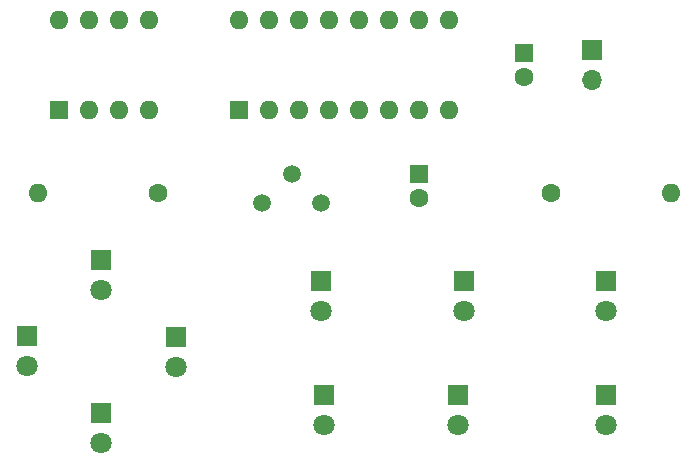
<source format=gbr>
%TF.GenerationSoftware,KiCad,Pcbnew,6.0.10-86aedd382b~118~ubuntu20.04.1*%
%TF.CreationDate,2023-03-02T00:13:09-08:00*%
%TF.ProjectId,SolderProject,536f6c64-6572-4507-926f-6a6563742e6b,rev?*%
%TF.SameCoordinates,Original*%
%TF.FileFunction,Soldermask,Top*%
%TF.FilePolarity,Negative*%
%FSLAX46Y46*%
G04 Gerber Fmt 4.6, Leading zero omitted, Abs format (unit mm)*
G04 Created by KiCad (PCBNEW 6.0.10-86aedd382b~118~ubuntu20.04.1) date 2023-03-02 00:13:09*
%MOMM*%
%LPD*%
G01*
G04 APERTURE LIST*
%ADD10R,1.800000X1.800000*%
%ADD11C,1.800000*%
%ADD12R,1.600000X1.600000*%
%ADD13O,1.600000X1.600000*%
%ADD14C,1.600000*%
%ADD15R,1.700000X1.700000*%
%ADD16O,1.700000X1.700000*%
%ADD17C,1.500000*%
G04 APERTURE END LIST*
D10*
%TO.C,D3*%
X108966000Y-95504000D03*
D11*
X108966000Y-98044000D03*
%TD*%
D10*
%TO.C,D2*%
X115316000Y-89027000D03*
D11*
X115316000Y-91567000D03*
%TD*%
D10*
%TO.C,D5*%
X127635000Y-84265000D03*
D11*
X127635000Y-86805000D03*
%TD*%
D12*
%TO.C,U1*%
X105410000Y-69850000D03*
D13*
X107950000Y-69850000D03*
X110490000Y-69850000D03*
X113030000Y-69850000D03*
X113030000Y-62230000D03*
X110490000Y-62230000D03*
X107950000Y-62230000D03*
X105410000Y-62230000D03*
%TD*%
D10*
%TO.C,D6*%
X127845000Y-93980000D03*
D11*
X127845000Y-96520000D03*
%TD*%
D12*
%TO.C,C1*%
X135890000Y-75244888D03*
D14*
X135890000Y-77244888D03*
%TD*%
D12*
%TO.C,U2*%
X120650000Y-69850000D03*
D13*
X123190000Y-69850000D03*
X125730000Y-69850000D03*
X128270000Y-69850000D03*
X130810000Y-69850000D03*
X133350000Y-69850000D03*
X135890000Y-69850000D03*
X138430000Y-69850000D03*
X138430000Y-62230000D03*
X135890000Y-62230000D03*
X133350000Y-62230000D03*
X130810000Y-62230000D03*
X128270000Y-62230000D03*
X125730000Y-62230000D03*
X123190000Y-62230000D03*
X120650000Y-62230000D03*
%TD*%
D14*
%TO.C,R3*%
X147066000Y-76835000D03*
D13*
X157226000Y-76835000D03*
%TD*%
D10*
%TO.C,D7*%
X139700000Y-84265000D03*
D11*
X139700000Y-86805000D03*
%TD*%
D10*
%TO.C,D1*%
X108966000Y-82550000D03*
D11*
X108966000Y-85090000D03*
%TD*%
D15*
%TO.C,B1*%
X150600000Y-64770000D03*
D16*
X150600000Y-67310000D03*
%TD*%
D17*
%TO.C,RV1*%
X122635000Y-77724000D03*
X125135000Y-75224000D03*
X127635000Y-77724000D03*
%TD*%
D10*
%TO.C,D9*%
X151765000Y-84265000D03*
D11*
X151765000Y-86805000D03*
%TD*%
D12*
%TO.C,C2*%
X144780000Y-65000000D03*
D14*
X144780000Y-67000000D03*
%TD*%
D10*
%TO.C,D10*%
X151765000Y-93980000D03*
D11*
X151765000Y-96520000D03*
%TD*%
D10*
%TO.C,D8*%
X139192000Y-93980000D03*
D11*
X139192000Y-96520000D03*
%TD*%
D14*
%TO.C,R1*%
X113792000Y-76835000D03*
D13*
X103632000Y-76835000D03*
%TD*%
D10*
%TO.C,D4*%
X102743000Y-89002000D03*
D11*
X102743000Y-91542000D03*
%TD*%
M02*

</source>
